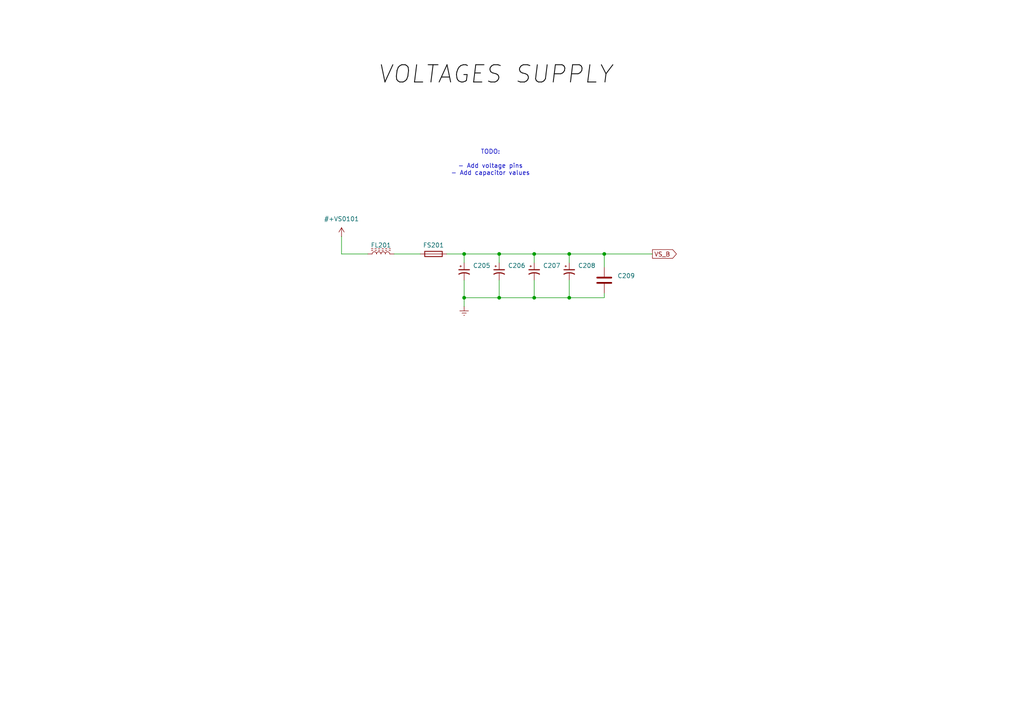
<source format=kicad_sch>
(kicad_sch (version 20231120) (generator "eeschema") (generator_version "8.0")
  (paper "A4")
  (title_block (title "Y BOARD LG PLASMA TV PANEL") (date "2025-03-24") (rev "1.0") (comment 1 "Author: Fábio Pereira da Silva") (comment 2 "VS Voltage supply"))
  (lib_symbols
    (symbol "Device:C" (pin_numbers hide) (pin_names (offset 0.254))
      (property "Reference" "C" (at 0.635 2.54 0))
      (property "Value" "C" (at 0.635 -2.54 0))
      (symbol "C_0_1"
        (polyline (pts (xy -2.032 -0.762) (xy 2.032 -0.762)) (stroke (width 0.508)))
        (polyline (pts (xy -2.032 0.762) (xy 2.032 0.762)) (stroke (width 0.508)))
      )
      (symbol "C_1_1"
        (pin passive line (at 0 3.81 270) (length 2.794) (name "~") (number "1"))
        (pin passive line (at 0 -3.81 90) (length 2.794) (name "~") (number "2"))
      )
    )
    (symbol "Device:C_Polarized_Small_US" (pin_numbers hide) (pin_names (offset 0.254) hide)
      (property "Reference" "C" (at 0.254 1.778 0))
      (property "Value" "C_Polarized_Small_US" (at 0.254 -2.032 0))
      (symbol "C_Polarized_Small_US_0_1"
        (polyline (pts (xy -1.524 0.508) (xy 1.524 0.508)) (stroke (width 0.3048)))
        (polyline (pts (xy -1.27 1.524) (xy -0.762 1.524)))
        (polyline (pts (xy -1.016 1.27) (xy -1.016 1.778)))
        (arc (start 1.524 -0.762) (mid 0 -0.3734) (end -1.524 -0.762) (stroke (width 0.3048)))
      )
      (symbol "C_Polarized_Small_US_1_1"
        (pin passive line (at 0 2.54 270) (length 2.032) (name "~") (number "1"))
        (pin passive line (at 0 -2.54 90) (length 2.032) (name "~") (number "2"))
      )
    )
    (symbol "Device:Fuse" (pin_numbers hide) (pin_names (offset 0))
      (property "Reference" "F" (at 2.032 0 90))
      (property "Value" "Fuse" (at -1.905 0 90))
      (symbol "Fuse_0_1"
        (rectangle (start -0.762 -2.54) (end 0.762 2.54) (stroke (width 0.254)))
        (polyline (pts (xy 0 2.54) (xy 0 -2.54)))
      )
      (symbol "Fuse_1_1"
        (pin passive line (at 0 3.81 270) (length 1.27) (name "~") (number "1"))
        (pin passive line (at 0 -3.81 90) (length 1.27) (name "~") (number "2"))
      )
    )
    (symbol "Device:L_Ferrite" (pin_numbers hide) (pin_names (offset 1.016) hide)
      (property "Reference" "L" (at -1.27 0 90))
      (property "Value" "L_Ferrite" (at 2.794 0 90))
      (symbol "L_Ferrite_0_1"
        (arc (start 0 -2.54) (mid 0.6323 -1.905) (end 0 -1.27))
        (arc (start 0 -1.27) (mid 0.6323 -0.635) (end 0 0))
        (polyline (pts (xy 1.016 -2.794) (xy 1.016 -2.286)))
        (polyline (pts (xy 1.016 -1.778) (xy 1.016 -1.27)))
        (polyline (pts (xy 1.016 -0.762) (xy 1.016 -0.254)))
        (polyline (pts (xy 1.016 0.254) (xy 1.016 0.762)))
        (polyline (pts (xy 1.016 1.27) (xy 1.016 1.778)))
        (polyline (pts (xy 1.016 2.286) (xy 1.016 2.794)))
        (polyline (pts (xy 1.524 -2.286) (xy 1.524 -2.794)))
        (polyline (pts (xy 1.524 -1.27) (xy 1.524 -1.778)))
        (polyline (pts (xy 1.524 -0.254) (xy 1.524 -0.762)))
        (polyline (pts (xy 1.524 0.762) (xy 1.524 0.254)))
        (polyline (pts (xy 1.524 1.778) (xy 1.524 1.27)))
        (polyline (pts (xy 1.524 2.794) (xy 1.524 2.286)))
        (arc (start 0 0) (mid 0.6323 0.635) (end 0 1.27))
        (arc (start 0 1.27) (mid 0.6323 1.905) (end 0 2.54))
      )
      (symbol "L_Ferrite_1_1"
        (pin passive line (at 0 3.81 270) (length 1.27) (name "1") (number "1"))
        (pin passive line (at 0 -3.81 90) (length 1.27) (name "2") (number "2"))
      )
    )
    (symbol "power:+1V0" (power) (pin_numbers hide) (pin_names (offset 0) hide)
      (property "Value" "+1V0" (at 0 3.556 0))
      (symbol "+1V0_0_1"
        (polyline (pts (xy -0.762 1.27) (xy 0 2.54)))
        (polyline (pts (xy 0 0) (xy 0 2.54)))
        (polyline (pts (xy 0 2.54) (xy 0.762 1.27)))
      )
      (symbol "+1V0_1_1"
        (pin power_in line (at 0 0 90) (length 0) (name "~") (number "1"))
      )
    )
    (symbol "power:Earth" (power) (pin_numbers hide) (pin_names (offset 0) hide)
      (property "Value" "Earth" (at 0 -3.81 0))
      (symbol "Earth_0_1"
        (polyline (pts (xy -0.635 -1.905) (xy 0.635 -1.905)))
        (polyline (pts (xy -0.127 -2.54) (xy 0.127 -2.54)))
        (polyline (pts (xy 0 -1.27) (xy 0 0)))
        (polyline (pts (xy 1.27 -1.27) (xy -1.27 -1.27)))
      )
      (symbol "Earth_1_1"
        (pin power_in line (at 0 0 270) (length 0) (name "~") (number "1"))
      )
    )
  )
  (junction (at 165.1 73.66))
  (junction (at 175.26 73.66))
  (junction (at 154.94 73.66))
  (junction (at 154.94 86.36))
  (junction (at 134.62 86.36))
  (junction (at 144.78 86.36))
  (junction (at 134.62 73.66))
  (junction (at 144.78 73.66))
  (junction (at 165.1 86.36))
  (wire (pts (xy 134.62 73.66) (xy 134.62 76.2)))
  (wire (pts (xy 175.26 86.36) (xy 165.1 86.36)))
  (wire (pts (xy 165.1 73.66) (xy 165.1 76.2)))
  (wire (pts (xy 144.78 81.28) (xy 144.78 86.36)))
  (wire (pts (xy 134.62 81.28) (xy 134.62 86.36)))
  (wire (pts (xy 154.94 73.66) (xy 165.1 73.66)))
  (wire (pts (xy 99.06 68.58) (xy 99.06 73.66)))
  (wire (pts (xy 154.94 86.36) (xy 144.78 86.36)))
  (wire (pts (xy 165.1 73.66) (xy 175.26 73.66)))
  (wire (pts (xy 154.94 73.66) (xy 154.94 76.2)))
  (wire (pts (xy 165.1 81.28) (xy 165.1 86.36)))
  (wire (pts (xy 175.26 73.66) (xy 189.23 73.66)))
  (wire (pts (xy 144.78 73.66) (xy 144.78 76.2)))
  (wire (pts (xy 144.78 86.36) (xy 134.62 86.36)))
  (wire (pts (xy 114.3 73.66) (xy 121.92 73.66)))
  (wire (pts (xy 129.54 73.66) (xy 134.62 73.66)))
  (wire (pts (xy 175.26 85.09) (xy 175.26 86.36)))
  (wire (pts (xy 165.1 86.36) (xy 154.94 86.36)))
  (wire (pts (xy 99.06 73.66) (xy 106.68 73.66)))
  (wire (pts (xy 134.62 73.66) (xy 144.78 73.66)))
  (wire (pts (xy 154.94 81.28) (xy 154.94 86.36)))
  (wire (pts (xy 134.62 86.36) (xy 134.62 88.9)))
  (wire (pts (xy 175.26 73.66) (xy 175.26 77.47)))
  (wire (pts (xy 144.78 73.66) (xy 154.94 73.66)))
  (text "TODO:\n\n- Add voltage pins\n- Add capacitor values\n\n" (at 142.24 48.26 0) (effects (font (size 1.27 1.27))))
  (label "VOLTAGES SUPPLY" (at 177.8 25.4 180) (effects (font (size 5 5) (thickness 0.254) (bold yes) (italic yes))))
  (global_label "VS_B" (shape output) (at 189.23 73.66 0) (property "Intersheetrefs" "${INTERSHEET_REFS}" (effects (hide yes))))
  (symbol (lib_id "power:Earth") (at 134.62 88.9 0) (unit 1)
    (property "Reference" "#PWR1" (effects (hide yes)))
    (property "Value" "Earth" (effects (hide yes)))
    (property "Description" "Power symbol creates a global label with name \"Earth\"" (effects (hide yes)))
  )
  (symbol (lib_id "Device:C_Polarized_Small_US") (at 134.62 78.74 0) (unit 1)
    (property "Reference" "C205" (at 137.16 77.0381 0) (effects (justify left)))
    (property "Value" "C_Polarized_Small_US" (effects (hide yes)))
    (property "Description" "Polarized capacitor, small US symbol" (effects (hide yes)))
  )
  (symbol (lib_id "Device:C_Polarized_Small_US") (at 154.94 78.74 0) (unit 1)
    (property "Reference" "C207" (at 157.48 77.0381 0) (effects (justify left)))
    (property "Value" "C_Polarized_Small_US" (effects (hide yes)))
    (property "Description" "Polarized capacitor, small US symbol" (effects (hide yes)))
  )
  (symbol (lib_id "Device:Fuse") (at 125.73 73.66 90) (unit 1)
    (property "Reference" "FS201" (at 125.73 71.12 90))
    (property "Value" "Fuse" (effects (hide yes)))
    (property "Description" "Fuse" (effects (hide yes)))
  )
  (symbol (lib_id "Device:C") (at 175.26 81.28 0) (unit 1)
    (property "Reference" "C209" (at 179.07 80.0099 0) (effects (justify left)))
    (property "Value" "C" (effects (hide yes)))
    (property "Description" "Unpolarized capacitor" (effects (hide yes)))
  )
  (symbol (lib_id "Device:C_Polarized_Small_US") (at 165.1 78.74 0) (unit 1)
    (property "Reference" "C208" (at 167.64 77.0381 0) (effects (justify left)))
    (property "Value" "C_Polarized_Small_US" (effects (hide yes)))
    (property "Description" "Polarized capacitor, small US symbol" (effects (hide yes)))
  )
  (symbol (lib_id "Device:L_Ferrite") (at 110.49 73.66 90) (unit 1)
    (property "Reference" "FL201" (at 110.49 71.12 90))
    (property "Description" "Inductor with ferrite core" (effects (hide yes)))
  )
  (symbol (lib_id "Device:C_Polarized_Small_US") (at 144.78 78.74 0) (unit 1)
    (property "Reference" "C206" (at 147.32 77.0381 0) (effects (justify left)))
    (property "Value" "C_Polarized_Small_US" (effects (hide yes)))
    (property "Description" "Polarized capacitor, small US symbol" (effects (hide yes)))
  )
  (symbol (lib_id "power:+1V0") (at 99.06 68.58 0) (unit 1)
    (property "Reference" "+VS" (at 99.06 63.5 0))
    (property "Description" "Power symbol creates a global label with name \"+1V0\"" (effects (hide yes)))
  )
  (sheet (at -39.37 128.27) (size 21.59 17.78) (stroke (width 0.1524))
    (property "Sheetname" "SetDown" (at -39.37 127.5584 0) (effects (justify left bottom)))
    (property "Sheetfile" "set_down.kicad_sch" (at -39.37 146.6346 0) (effects (justify left top)))
  )
  (sheet (at -39.37 102.87) (size 22.86 17.78) (stroke (width 0.1524))
    (property "Sheetname" "SetUp" (at -39.37 102.1584 0) (effects (justify left bottom)))
    (property "Sheetfile" "set_up.kicad_sch" (at -39.37 121.2346 0) (effects (justify left top)))
  )
  (sheet (at -39.37 44.45) (size 25.4 20.32) (stroke (width 0.1524))
    (property "Sheetname" "y_er_down" (at -39.37 43.7384 0) (effects (justify left bottom)))
    (property "Sheetfile" "y_er_down.kicad_sch" (at -39.37 65.3546 0) (effects (justify left top)))
  )
  (sheet (at -39.37 19.05) (size 21.59 16.51) (stroke (width 0.1524))
    (property "Sheetname" "Y_SUS_DOWN_AND_Y_BLOCKING" (at -39.37 18.3384 0) (effects (justify left bottom)))
    (property "Sheetfile" "y_sus_dn_and_blocking.kicad_sch" (at -39.37 36.1446 0) (effects (justify left top)))
  )
  (sheet (at -39.37 73.66) (size 24.13 21.59) (stroke (width 0.1524))
    (property "Sheetname" "y_er_up_and_sus_up" (at -39.37 72.9484 0) (effects (justify left bottom)))
    (property "Sheetfile" "y_er_up_and_sus_up.kicad_sch" (at -39.37 95.8346 0) (effects (justify left top)))
  )
)
</source>
